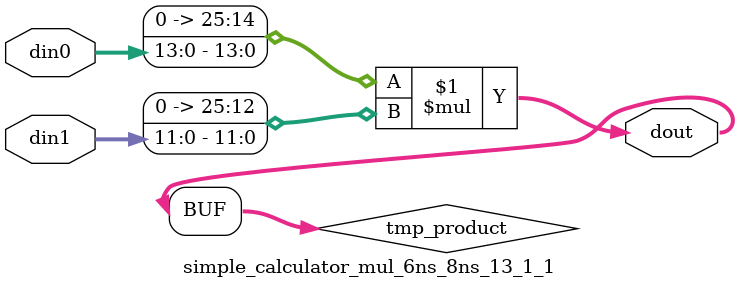
<source format=v>

`timescale 1 ns / 1 ps

  module simple_calculator_mul_6ns_8ns_13_1_1(din0, din1, dout);
parameter ID = 1;
parameter NUM_STAGE = 0;
parameter din0_WIDTH = 14;
parameter din1_WIDTH = 12;
parameter dout_WIDTH = 26;

input [din0_WIDTH - 1 : 0] din0; 
input [din1_WIDTH - 1 : 0] din1; 
output [dout_WIDTH - 1 : 0] dout;

wire signed [dout_WIDTH - 1 : 0] tmp_product;










assign tmp_product = $signed({1'b0, din0}) * $signed({1'b0, din1});











assign dout = tmp_product;







endmodule

</source>
